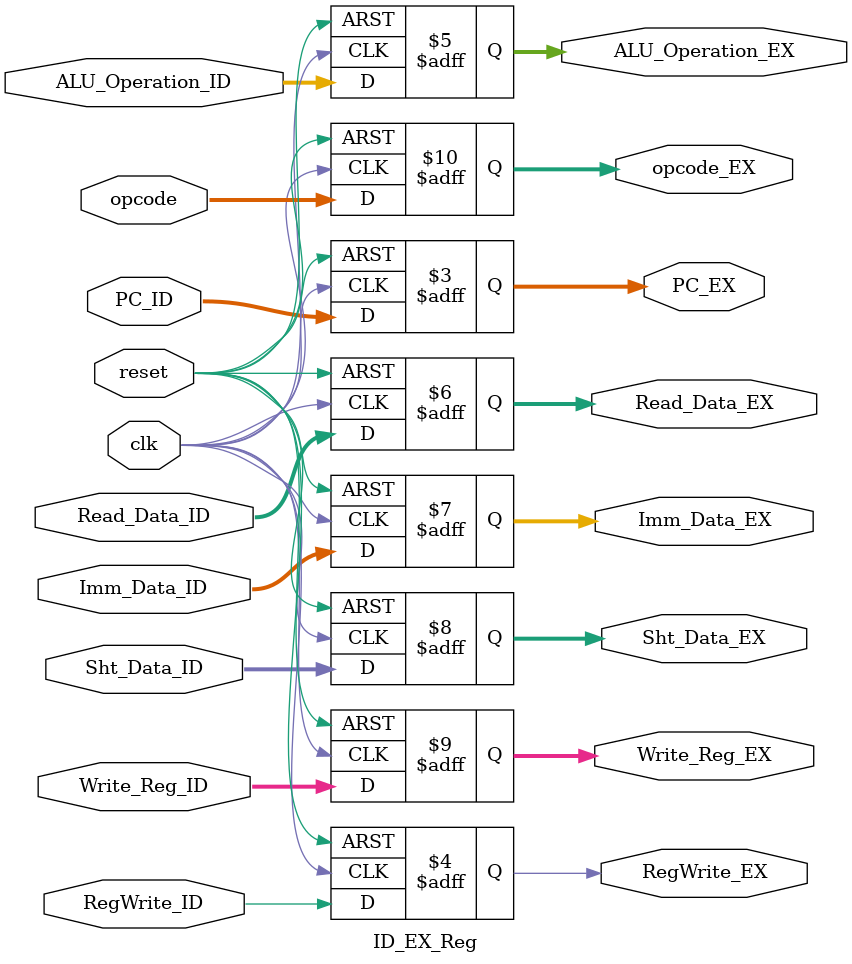
<source format=v>
`timescale 1ns / 1ps

module ID_EX_Reg(
    input clk,
    input reset,
	 input [7:0] PC_ID,
    input RegWrite_ID,
    input [3:0] ALU_Operation_ID,
    input [7:0] Read_Data_ID,
    input [7:0] Imm_Data_ID,
	 input [7:0] Sht_Data_ID,
    input [2:0] Write_Reg_ID,
	 input [1:0] opcode,
	 output reg [7:0] PC_EX,
    output reg RegWrite_EX,
    output reg [3:0] ALU_Operation_EX,
    output reg [7:0] Read_Data_EX,
    output reg [7:0] Imm_Data_EX,
	 output reg [7:0] Sht_Data_EX,
    output reg [2:0] Write_Reg_EX,
	 output reg [1:0] opcode_EX
    );

	always @(posedge clk, negedge reset) begin
		if (reset == 1'b0) begin
			RegWrite_EX = 1'b0;
			ALU_Operation_EX = 4'b0000;
			Read_Data_EX = 8'b0;
			Imm_Data_EX = 8'b0;
			Sht_Data_EX = 8'b0;
			Write_Reg_EX = 3'b0;
			opcode_EX = 2'b0;
			PC_EX = 8'b0;
		end
		
		else begin
			RegWrite_EX = RegWrite_ID;
			ALU_Operation_EX = ALU_Operation_ID;
			Read_Data_EX = Read_Data_ID;
			Imm_Data_EX = Imm_Data_ID;
			Sht_Data_EX = Sht_Data_ID;
			Write_Reg_EX = Write_Reg_ID;
			opcode_EX = opcode;
			PC_EX = PC_ID;
		end

	end

endmodule

</source>
